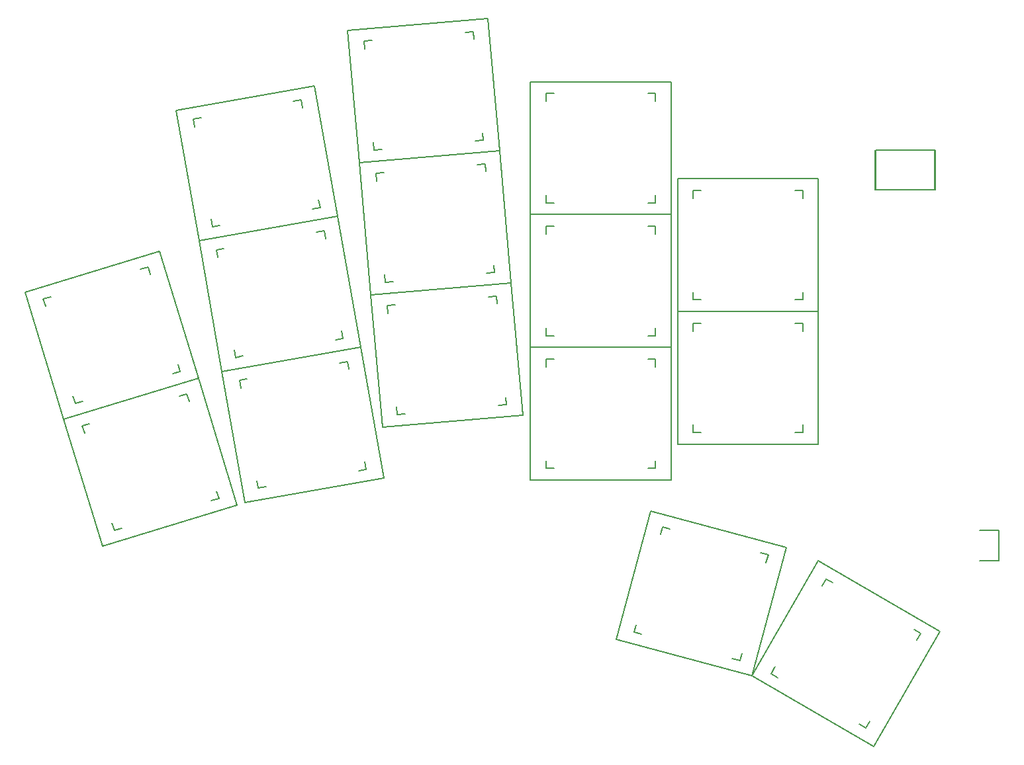
<source format=gbr>
%TF.GenerationSoftware,KiCad,Pcbnew,(6.0.4-0)*%
%TF.CreationDate,2022-05-16T08:39:31+02:00*%
%TF.ProjectId,battoota,62617474-6f6f-4746-912e-6b696361645f,v1.0.0*%
%TF.SameCoordinates,Original*%
%TF.FileFunction,OtherDrawing,Comment*%
%FSLAX46Y46*%
G04 Gerber Fmt 4.6, Leading zero omitted, Abs format (unit mm)*
G04 Created by KiCad (PCBNEW (6.0.4-0)) date 2022-05-16 08:39:31*
%MOMM*%
%LPD*%
G01*
G04 APERTURE LIST*
%ADD10C,0.150000*%
G04 APERTURE END LIST*
D10*
%TO.C,T1*%
X166350140Y53894619D02*
X163850140Y53894619D01*
X163850140Y57794619D02*
X166350140Y57794619D01*
X166350140Y57794619D02*
X166350140Y53894619D01*
%TO.C,S11*%
X63451567Y109438376D02*
X63277918Y110423184D01*
X77065227Y112854259D02*
X77238875Y111869451D01*
X79322653Y100051758D02*
X79496302Y99066950D01*
X78511494Y98893302D02*
X79496302Y99066950D01*
X65708993Y96635875D02*
X66693801Y96809524D01*
X81726389Y97937035D02*
X63999850Y94811368D01*
X64262726Y110596832D02*
X63277918Y110423184D01*
X77065227Y112854259D02*
X76080419Y112680610D01*
X78774370Y114678766D02*
X81726389Y97937035D01*
X61047831Y111553099D02*
X78774370Y114678766D01*
X63999850Y94811368D02*
X61047831Y111553099D01*
X65708993Y96635875D02*
X65535345Y97620683D01*
%TO.C,S34*%
X156338842Y44532758D02*
X155838842Y43666732D01*
X143232435Y53831796D02*
X158820893Y44831796D01*
X158820893Y44831796D02*
X150320893Y30109364D01*
X137214486Y39408402D02*
X138080512Y38908402D01*
X143714486Y50666732D02*
X144214486Y51532758D01*
X134732435Y39109364D02*
X143232435Y53831796D01*
X156338842Y44532758D02*
X155472816Y45032758D01*
X150320893Y30109364D02*
X134732435Y39109364D01*
X148472816Y32908402D02*
X149338842Y32408402D01*
X149838842Y33274428D02*
X149338842Y32408402D01*
X137214486Y39408402D02*
X137714486Y40274428D01*
X145080512Y51032758D02*
X144214486Y51532758D01*
%TO.C,S15*%
X103928219Y89430914D02*
X85996715Y87862110D01*
X84515067Y104797420D02*
X102446571Y106366224D01*
X100584916Y104697620D02*
X100672071Y103701425D01*
X100584916Y104697620D02*
X99588721Y104610464D01*
X85996715Y87862110D02*
X84515067Y104797420D01*
X100808901Y90663739D02*
X101805096Y90750894D01*
X102446571Y106366224D02*
X103928219Y89430914D01*
X101717940Y91747089D02*
X101805096Y90750894D01*
X87858370Y89530714D02*
X87771215Y90526909D01*
X87858370Y89530714D02*
X88854565Y89617870D01*
X86725346Y102481245D02*
X86638190Y103477440D01*
X87634385Y103564595D02*
X86638190Y103477440D01*
%TO.C,S21*%
X124411087Y81186017D02*
X106411087Y81186017D01*
X109411087Y96686017D02*
X108411087Y96686017D01*
X122411087Y83686017D02*
X122411087Y82686017D01*
X124411087Y98186017D02*
X124411087Y81186017D01*
X106411087Y81186017D02*
X106411087Y98186017D01*
X122411087Y96686017D02*
X122411087Y95686017D01*
X121411087Y82686017D02*
X122411087Y82686017D01*
X108411087Y95686017D02*
X108411087Y96686017D01*
X122411087Y96686017D02*
X121411087Y96686017D01*
X108411087Y82686017D02*
X108411087Y83686017D01*
X108411087Y82686017D02*
X109411087Y82686017D01*
X106411087Y98186017D02*
X124411087Y98186017D01*
%TO.C,S8*%
X70166764Y77113368D02*
X69181956Y76939720D01*
X87630427Y64453571D02*
X69903888Y61327904D01*
X82969265Y79370795D02*
X83142913Y78385987D01*
X69903888Y61327904D02*
X66951869Y78069635D01*
X84415532Y65409838D02*
X85400340Y65583486D01*
X85226691Y66568294D02*
X85400340Y65583486D01*
X84678408Y81195302D02*
X87630427Y64453571D01*
X66951869Y78069635D02*
X84678408Y81195302D01*
X69355605Y75954912D02*
X69181956Y76939720D01*
X82969265Y79370795D02*
X81984457Y79197146D01*
X71613031Y63152411D02*
X72597839Y63326060D01*
X71613031Y63152411D02*
X71439383Y64137219D01*
%TO.C,S14*%
X89340018Y72595404D02*
X89252863Y73591599D01*
X105409867Y72495604D02*
X87478363Y70926800D01*
X103928219Y89430914D02*
X105409867Y72495604D01*
X85996715Y87862110D02*
X103928219Y89430914D01*
X89116033Y86629285D02*
X88119838Y86542130D01*
X102066564Y87762310D02*
X101070369Y87675154D01*
X87478363Y70926800D02*
X85996715Y87862110D01*
X88206994Y85545935D02*
X88119838Y86542130D01*
X89340018Y72595404D02*
X90336213Y72682560D01*
X102066564Y87762310D02*
X102153719Y86766115D01*
X102290549Y73728429D02*
X103286744Y73815584D01*
X103199588Y74811779D02*
X103286744Y73815584D01*
%TO.C,S20*%
X108411087Y78686017D02*
X108411087Y79686017D01*
X122411087Y66686017D02*
X122411087Y65686017D01*
X106411087Y64186017D02*
X106411087Y81186017D01*
X106411087Y81186017D02*
X124411087Y81186017D01*
X109411087Y79686017D02*
X108411087Y79686017D01*
X122411087Y79686017D02*
X122411087Y78686017D01*
X122411087Y79686017D02*
X121411087Y79686017D01*
X121411087Y65686017D02*
X122411087Y65686017D01*
X124411087Y81186017D02*
X124411087Y64186017D01*
X124411087Y64186017D02*
X106411087Y64186017D01*
X108411087Y65686017D02*
X108411087Y66686017D01*
X108411087Y65686017D02*
X109411087Y65686017D01*
%TO.C,S28*%
X141218280Y84278852D02*
X140218280Y84278852D01*
X140218280Y70278852D02*
X141218280Y70278852D01*
X128218280Y84278852D02*
X127218280Y84278852D01*
X127218280Y83278852D02*
X127218280Y84278852D01*
X143218280Y68778852D02*
X125218280Y68778852D01*
X143218280Y85778852D02*
X143218280Y68778852D01*
X141218280Y84278852D02*
X141218280Y83278852D01*
X141218280Y71278852D02*
X141218280Y70278852D01*
X125218280Y85778852D02*
X143218280Y85778852D01*
X125218280Y68778852D02*
X125218280Y85778852D01*
X127218280Y70278852D02*
X128218280Y70278852D01*
X127218280Y70278852D02*
X127218280Y71278852D01*
%TO.C,S29*%
X143218280Y85778852D02*
X125218280Y85778852D01*
X125218280Y102778852D02*
X143218280Y102778852D01*
X140218280Y87278852D02*
X141218280Y87278852D01*
X127218280Y87278852D02*
X128218280Y87278852D01*
X127218280Y100278852D02*
X127218280Y101278852D01*
X141218280Y101278852D02*
X140218280Y101278852D01*
X125218280Y85778852D02*
X125218280Y102778852D01*
X141218280Y101278852D02*
X141218280Y100278852D01*
X141218280Y88278852D02*
X141218280Y87278852D01*
X127218280Y87278852D02*
X127218280Y88278852D01*
X143218280Y102778852D02*
X143218280Y85778852D01*
X128218280Y101278852D02*
X127218280Y101278852D01*
%TO.C,S33*%
X148472816Y32908402D02*
X149338842Y32408402D01*
X156338842Y44532758D02*
X155838842Y43666732D01*
X137214486Y39408402D02*
X137714486Y40274428D01*
X143714486Y50666732D02*
X144214486Y51532758D01*
X134732435Y39109364D02*
X143232435Y53831796D01*
X149838842Y33274428D02*
X149338842Y32408402D01*
X156338842Y44532758D02*
X155472816Y45032758D01*
X143232435Y53831796D02*
X158820893Y44831796D01*
X158820893Y44831796D02*
X150320893Y30109364D01*
X145080512Y51032758D02*
X144214486Y51532758D01*
X137214486Y39408402D02*
X138080512Y38908402D01*
X150320893Y30109364D02*
X134732435Y39109364D01*
%TO.C,S7*%
X84415532Y65409838D02*
X85400340Y65583486D01*
X71613031Y63152411D02*
X72597839Y63326060D01*
X66951869Y78069635D02*
X84678408Y81195302D01*
X70166764Y77113368D02*
X69181956Y76939720D01*
X69903888Y61327904D02*
X66951869Y78069635D01*
X82969265Y79370795D02*
X83142913Y78385987D01*
X87630427Y64453571D02*
X69903888Y61327904D01*
X82969265Y79370795D02*
X81984457Y79197146D01*
X85226691Y66568294D02*
X85400340Y65583486D01*
X84678408Y81195302D02*
X87630427Y64453571D01*
X71613031Y63152411D02*
X71439383Y64137219D01*
X69355605Y75954912D02*
X69181956Y76939720D01*
%TO.C,T2*%
X166350140Y53894619D02*
X163850140Y53894619D01*
X166350140Y57794619D02*
X166350140Y53894619D01*
X163850140Y57794619D02*
X166350140Y57794619D01*
%TO.C,S5*%
X61290623Y79038736D02*
X61582994Y78082432D01*
X60626689Y77790060D02*
X61582994Y78082432D01*
X45057829Y87669866D02*
X44101524Y87377494D01*
X41750357Y88227208D02*
X58963842Y93489899D01*
X44393895Y86421190D02*
X44101524Y87377494D01*
X48194728Y73989228D02*
X49151032Y74281599D01*
X57489790Y91470698D02*
X57782162Y90514393D01*
X58963842Y93489899D02*
X63934161Y77232718D01*
X63934161Y77232718D02*
X46720676Y71970027D01*
X46720676Y71970027D02*
X41750357Y88227208D01*
X48194728Y73989228D02*
X47902356Y74945533D01*
X57489790Y91470698D02*
X56533486Y91178327D01*
%TO.C,S27*%
X125218280Y68778852D02*
X125218280Y85778852D01*
X125218280Y85778852D02*
X143218280Y85778852D01*
X143218280Y85778852D02*
X143218280Y68778852D01*
X127218280Y83278852D02*
X127218280Y84278852D01*
X141218280Y71278852D02*
X141218280Y70278852D01*
X141218280Y84278852D02*
X140218280Y84278852D01*
X128218280Y84278852D02*
X127218280Y84278852D01*
X127218280Y70278852D02*
X128218280Y70278852D01*
X127218280Y70278852D02*
X127218280Y71278852D01*
X143218280Y68778852D02*
X125218280Y68778852D01*
X140218280Y70278852D02*
X141218280Y70278852D01*
X141218280Y84278852D02*
X141218280Y83278852D01*
%TO.C,S9*%
X80017246Y96112527D02*
X80190894Y95127719D01*
X81726389Y97937034D02*
X84678408Y81195303D01*
X63999850Y94811367D02*
X81726389Y97937034D01*
X82274672Y83310026D02*
X82448321Y82325218D01*
X68661012Y79894143D02*
X69645820Y80067792D01*
X80017246Y96112527D02*
X79032438Y95938878D01*
X81463513Y82151570D02*
X82448321Y82325218D01*
X66951869Y78069636D02*
X63999850Y94811367D01*
X68661012Y79894143D02*
X68487364Y80878951D01*
X66403586Y92696644D02*
X66229937Y93681452D01*
X84678408Y81195303D02*
X66951869Y78069636D01*
X67214745Y93855100D02*
X66229937Y93681452D01*
%TO.C,S16*%
X87634385Y103564595D02*
X86638190Y103477440D01*
X100808901Y90663739D02*
X101805096Y90750894D01*
X100584916Y104697620D02*
X99588721Y104610464D01*
X100584916Y104697620D02*
X100672071Y103701425D01*
X87858370Y89530714D02*
X87771215Y90526909D01*
X86725346Y102481245D02*
X86638190Y103477440D01*
X85996715Y87862110D02*
X84515067Y104797420D01*
X102446571Y106366224D02*
X103928219Y89430914D01*
X103928219Y89430914D02*
X85996715Y87862110D01*
X101717940Y91747089D02*
X101805096Y90750894D01*
X87858370Y89530714D02*
X88854565Y89617870D01*
X84515067Y104797420D02*
X102446571Y106366224D01*
%TO.C,S30*%
X140218280Y87278852D02*
X141218280Y87278852D01*
X141218280Y88278852D02*
X141218280Y87278852D01*
X125218280Y85778852D02*
X125218280Y102778852D01*
X127218280Y87278852D02*
X128218280Y87278852D01*
X127218280Y100278852D02*
X127218280Y101278852D01*
X125218280Y102778852D02*
X143218280Y102778852D01*
X127218280Y87278852D02*
X127218280Y88278852D01*
X141218280Y101278852D02*
X141218280Y100278852D01*
X143218280Y85778852D02*
X125218280Y85778852D01*
X143218280Y102778852D02*
X143218280Y85778852D01*
X128218280Y101278852D02*
X127218280Y101278852D01*
X141218280Y101278852D02*
X140218280Y101278852D01*
%TO.C,S13*%
X89116033Y86629285D02*
X88119838Y86542130D01*
X102066564Y87762310D02*
X102153719Y86766115D01*
X103199588Y74811779D02*
X103286744Y73815584D01*
X87478363Y70926800D02*
X85996715Y87862110D01*
X103928219Y89430914D02*
X105409867Y72495604D01*
X89340018Y72595404D02*
X89252863Y73591599D01*
X105409867Y72495604D02*
X87478363Y70926800D01*
X89340018Y72595404D02*
X90336213Y72682560D01*
X88206994Y85545935D02*
X88119838Y86542130D01*
X102066564Y87762310D02*
X101070369Y87675154D01*
X102290549Y73728429D02*
X103286744Y73815584D01*
X85996715Y87862110D02*
X103928219Y89430914D01*
%TO.C,S24*%
X124411087Y115186017D02*
X124411087Y98186017D01*
X122411087Y113686017D02*
X122411087Y112686017D01*
X106411087Y98186017D02*
X106411087Y115186017D01*
X108411087Y112686017D02*
X108411087Y113686017D01*
X121411087Y99686017D02*
X122411087Y99686017D01*
X108411087Y99686017D02*
X109411087Y99686017D01*
X109411087Y113686017D02*
X108411087Y113686017D01*
X122411087Y113686017D02*
X121411087Y113686017D01*
X108411087Y99686017D02*
X108411087Y100686017D01*
X106411087Y115186017D02*
X124411087Y115186017D01*
X122411087Y100686017D02*
X122411087Y99686017D01*
X124411087Y98186017D02*
X106411087Y98186017D01*
%TO.C,S17*%
X100236293Y108682399D02*
X100323449Y107686204D01*
X84515068Y104797420D02*
X83033420Y121732730D01*
X99327254Y107599049D02*
X100323449Y107686204D01*
X86152738Y120499905D02*
X85156543Y120412750D01*
X102446572Y106366224D02*
X84515068Y104797420D01*
X86376723Y106466024D02*
X87372918Y106553180D01*
X86376723Y106466024D02*
X86289568Y107462219D01*
X100964924Y123301534D02*
X102446572Y106366224D01*
X85243699Y119416555D02*
X85156543Y120412750D01*
X99103269Y121632930D02*
X98107074Y121545774D01*
X83033420Y121732730D02*
X100964924Y123301534D01*
X99103269Y121632930D02*
X99190424Y120636735D01*
%TO.C,S4*%
X63934161Y77232718D02*
X68904480Y60975537D01*
X50028148Y71412685D02*
X49071843Y71120313D01*
X53165047Y57732047D02*
X54121351Y58024418D01*
X65597008Y61532879D02*
X66553313Y61825251D01*
X46720676Y71970027D02*
X63934161Y77232718D01*
X51690995Y55712846D02*
X46720676Y71970027D01*
X49364214Y70164009D02*
X49071843Y71120313D01*
X53165047Y57732047D02*
X52872675Y58688352D01*
X66260942Y62781555D02*
X66553313Y61825251D01*
X62460109Y75213517D02*
X62752481Y74257212D01*
X68904480Y60975537D02*
X51690995Y55712846D01*
X62460109Y75213517D02*
X61503805Y74921146D01*
%TO.C,S10*%
X84678408Y81195303D02*
X66951869Y78069636D01*
X63999850Y94811367D02*
X81726389Y97937034D01*
X82274672Y83310026D02*
X82448321Y82325218D01*
X66403586Y92696644D02*
X66229937Y93681452D01*
X67214745Y93855100D02*
X66229937Y93681452D01*
X80017246Y96112527D02*
X80190894Y95127719D01*
X81463513Y82151570D02*
X82448321Y82325218D01*
X80017246Y96112527D02*
X79032438Y95938878D01*
X81726389Y97937034D02*
X84678408Y81195303D01*
X68661012Y79894143D02*
X69645820Y80067792D01*
X68661012Y79894143D02*
X68487364Y80878951D01*
X66951869Y78069636D02*
X63999850Y94811367D01*
%TO.C,S22*%
X108411087Y82686017D02*
X109411087Y82686017D01*
X124411087Y81186017D02*
X106411087Y81186017D01*
X122411087Y96686017D02*
X121411087Y96686017D01*
X122411087Y96686017D02*
X122411087Y95686017D01*
X122411087Y83686017D02*
X122411087Y82686017D01*
X106411087Y81186017D02*
X106411087Y98186017D01*
X109411087Y96686017D02*
X108411087Y96686017D01*
X108411087Y82686017D02*
X108411087Y83686017D01*
X121411087Y82686017D02*
X122411087Y82686017D01*
X108411087Y95686017D02*
X108411087Y96686017D01*
X106411087Y98186017D02*
X124411087Y98186017D01*
X124411087Y98186017D02*
X124411087Y81186017D01*
%TO.C,S31*%
X119665851Y44699358D02*
X120631777Y44440538D01*
X132222887Y41334710D02*
X133188812Y41075891D01*
X123030498Y57256393D02*
X123289318Y58222319D01*
X136812279Y54598852D02*
X136553460Y53632927D01*
X117345771Y43768107D02*
X121745694Y60188846D01*
X134732436Y39109364D02*
X117345771Y43768107D01*
X136812279Y54598852D02*
X135846353Y54857672D01*
X133447632Y42041817D02*
X133188812Y41075891D01*
X124255243Y57963500D02*
X123289318Y58222319D01*
X139132359Y55530103D02*
X134732436Y39109364D01*
X119665851Y44699358D02*
X119924670Y45665283D01*
X121745694Y60188846D02*
X139132359Y55530103D01*
%TO.C,MCU1*%
X150547213Y101396542D02*
X150547213Y106476542D01*
X150508690Y101396542D02*
X150508690Y106476542D01*
X158128690Y101396542D02*
X150508690Y101396542D01*
X150547213Y106476542D02*
X158167213Y106476542D01*
X158167213Y106476542D02*
X158167213Y101396542D01*
X158167213Y101396542D02*
X150547213Y101396542D01*
X158128690Y106476542D02*
X158128690Y101396542D01*
%TO.C,S3*%
X50028148Y71412685D02*
X49071843Y71120313D01*
X62460109Y75213517D02*
X61503805Y74921146D01*
X51690995Y55712846D02*
X46720676Y71970027D01*
X53165047Y57732047D02*
X54121351Y58024418D01*
X62460109Y75213517D02*
X62752481Y74257212D01*
X46720676Y71970027D02*
X63934161Y77232718D01*
X49364214Y70164009D02*
X49071843Y71120313D01*
X65597008Y61532879D02*
X66553313Y61825251D01*
X63934161Y77232718D02*
X68904480Y60975537D01*
X53165047Y57732047D02*
X52872675Y58688352D01*
X66260942Y62781555D02*
X66553313Y61825251D01*
X68904480Y60975537D02*
X51690995Y55712846D01*
%TO.C,S32*%
X123030498Y57256393D02*
X123289318Y58222319D01*
X136812279Y54598852D02*
X135846353Y54857672D01*
X119665851Y44699358D02*
X119924670Y45665283D01*
X134732436Y39109364D02*
X117345771Y43768107D01*
X133447632Y42041817D02*
X133188812Y41075891D01*
X132222887Y41334710D02*
X133188812Y41075891D01*
X119665851Y44699358D02*
X120631777Y44440538D01*
X117345771Y43768107D02*
X121745694Y60188846D01*
X136812279Y54598852D02*
X136553460Y53632927D01*
X124255243Y57963500D02*
X123289318Y58222319D01*
X139132359Y55530103D02*
X134732436Y39109364D01*
X121745694Y60188846D02*
X139132359Y55530103D01*
%TO.C,S12*%
X63999850Y94811368D02*
X61047831Y111553099D01*
X61047831Y111553099D02*
X78774370Y114678766D01*
X63451567Y109438376D02*
X63277918Y110423184D01*
X78511494Y98893302D02*
X79496302Y99066950D01*
X77065227Y112854259D02*
X77238875Y111869451D01*
X65708993Y96635875D02*
X66693801Y96809524D01*
X79322653Y100051758D02*
X79496302Y99066950D01*
X77065227Y112854259D02*
X76080419Y112680610D01*
X78774370Y114678766D02*
X81726389Y97937035D01*
X64262726Y110596832D02*
X63277918Y110423184D01*
X65708993Y96635875D02*
X65535345Y97620683D01*
X81726389Y97937035D02*
X63999850Y94811368D01*
%TO.C,S23*%
X121411087Y99686017D02*
X122411087Y99686017D01*
X108411087Y99686017D02*
X108411087Y100686017D01*
X106411087Y115186017D02*
X124411087Y115186017D01*
X122411087Y100686017D02*
X122411087Y99686017D01*
X106411087Y98186017D02*
X106411087Y115186017D01*
X109411087Y113686017D02*
X108411087Y113686017D01*
X122411087Y113686017D02*
X122411087Y112686017D01*
X108411087Y99686017D02*
X109411087Y99686017D01*
X122411087Y113686017D02*
X121411087Y113686017D01*
X124411087Y115186017D02*
X124411087Y98186017D01*
X124411087Y98186017D02*
X106411087Y98186017D01*
X108411087Y112686017D02*
X108411087Y113686017D01*
%TO.C,S6*%
X45057829Y87669866D02*
X44101524Y87377494D01*
X44393895Y86421190D02*
X44101524Y87377494D01*
X57489790Y91470698D02*
X57782162Y90514393D01*
X63934161Y77232718D02*
X46720676Y71970027D01*
X48194728Y73989228D02*
X47902356Y74945533D01*
X41750357Y88227208D02*
X58963842Y93489899D01*
X60626689Y77790060D02*
X61582994Y78082432D01*
X46720676Y71970027D02*
X41750357Y88227208D01*
X58963842Y93489899D02*
X63934161Y77232718D01*
X57489790Y91470698D02*
X56533486Y91178327D01*
X61290623Y79038736D02*
X61582994Y78082432D01*
X48194728Y73989228D02*
X49151032Y74281599D01*
%TO.C,S19*%
X108411087Y65686017D02*
X109411087Y65686017D01*
X121411087Y65686017D02*
X122411087Y65686017D01*
X108411087Y78686017D02*
X108411087Y79686017D01*
X122411087Y79686017D02*
X122411087Y78686017D01*
X124411087Y64186017D02*
X106411087Y64186017D01*
X106411087Y81186017D02*
X124411087Y81186017D01*
X108411087Y65686017D02*
X108411087Y66686017D01*
X124411087Y81186017D02*
X124411087Y64186017D01*
X122411087Y79686017D02*
X121411087Y79686017D01*
X109411087Y79686017D02*
X108411087Y79686017D01*
X122411087Y66686017D02*
X122411087Y65686017D01*
X106411087Y64186017D02*
X106411087Y81186017D01*
%TO.C,S18*%
X86376723Y106466024D02*
X87372918Y106553180D01*
X85243699Y119416555D02*
X85156543Y120412750D01*
X100964924Y123301534D02*
X102446572Y106366224D01*
X86152738Y120499905D02*
X85156543Y120412750D01*
X84515068Y104797420D02*
X83033420Y121732730D01*
X102446572Y106366224D02*
X84515068Y104797420D01*
X99327254Y107599049D02*
X100323449Y107686204D01*
X86376723Y106466024D02*
X86289568Y107462219D01*
X100236293Y108682399D02*
X100323449Y107686204D01*
X99103269Y121632930D02*
X98107074Y121545774D01*
X83033420Y121732730D02*
X100964924Y123301534D01*
X99103269Y121632930D02*
X99190424Y120636735D01*
%TD*%
M02*

</source>
